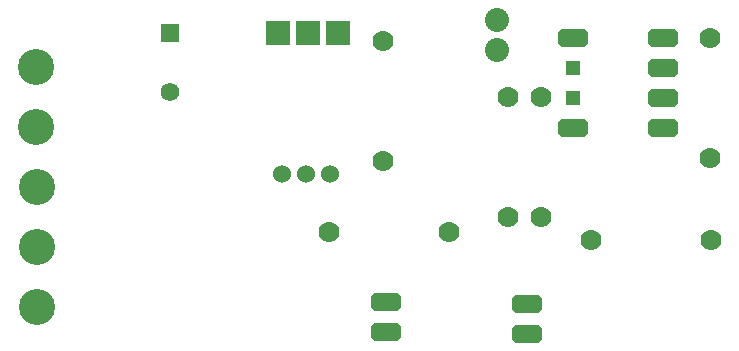
<source format=gbr>
G04 PROTEUS GERBER X2 FILE*
%TF.GenerationSoftware,Labcenter,Proteus,8.13-SP0-Build31525*%
%TF.CreationDate,2025-01-17T15:38:28+00:00*%
%TF.FileFunction,Copper,L1,Top*%
%TF.FilePolarity,Positive*%
%TF.Part,Single*%
%TF.SameCoordinates,{73f3b6ee-04d2-4b7e-bada-d99319bd8aaf}*%
%FSLAX45Y45*%
%MOMM*%
G01*
%AMDIL000*
4,1,8,
-1.270000,0.457200,-0.965200,0.762000,0.965200,0.762000,1.270000,0.457200,1.270000,-0.457200,
0.965200,-0.762000,-0.965200,-0.762000,-1.270000,-0.457200,-1.270000,0.457200,
0*%
%TA.AperFunction,ComponentPad*%
%ADD10DIL000*%
%ADD11R,1.270000X1.270000*%
%TA.AperFunction,ComponentPad*%
%ADD12R,2.032000X2.032000*%
%TA.AperFunction,ComponentPad*%
%ADD13C,2.032000*%
%ADD14C,3.048000*%
%ADD15C,1.778000*%
%TA.AperFunction,ComponentPad*%
%ADD16C,1.524000*%
%TA.AperFunction,WasherPad*%
%ADD17R,1.580000X1.580000*%
%TA.AperFunction,ComponentPad*%
%ADD18C,1.580000*%
%TD.AperFunction*%
D10*
X+5280000Y+2790000D03*
D11*
X+5280000Y+2536000D03*
X+5280000Y+2282000D03*
D10*
X+5280000Y+2028000D03*
X+6042000Y+2028000D03*
X+6042000Y+2282000D03*
X+6042000Y+2536000D03*
X+6042000Y+2790000D03*
D12*
X+2786000Y+2830000D03*
X+3040000Y+2830000D03*
X+3294000Y+2830000D03*
D13*
X+4640000Y+2686000D03*
X+4640000Y+2940000D03*
D14*
X+730000Y+2039620D03*
X+730000Y+2540000D03*
X+740000Y+510000D03*
X+740000Y+1018000D03*
X+740000Y+1526000D03*
D15*
X+6440000Y+2790000D03*
X+6440000Y+1774000D03*
X+5430000Y+1080000D03*
X+6446000Y+1080000D03*
X+4230000Y+1150000D03*
X+3214000Y+1150000D03*
X+5010000Y+2290000D03*
X+5010000Y+1274000D03*
X+3670000Y+2760000D03*
X+3670000Y+1744000D03*
D10*
X+4890000Y+540000D03*
X+4890000Y+286000D03*
D15*
X+4730000Y+2290000D03*
X+4730000Y+1274000D03*
D10*
X+3700000Y+550000D03*
X+3700000Y+296000D03*
D16*
X+3223200Y+1640000D03*
X+3020000Y+1640000D03*
X+2816800Y+1640000D03*
D17*
X+1870000Y+2830000D03*
D18*
X+1870000Y+2330000D03*
M02*

</source>
